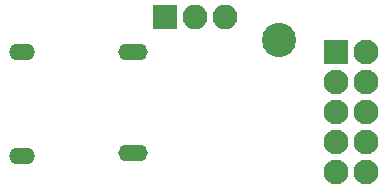
<source format=gbr>
G04 #@! TF.GenerationSoftware,KiCad,Pcbnew,(5.0.0)*
G04 #@! TF.CreationDate,2020-02-27T10:51:14+00:00*
G04 #@! TF.ProjectId,simpleJtag,73696D706C654A7461672E6B69636164,rev?*
G04 #@! TF.SameCoordinates,Original*
G04 #@! TF.FileFunction,Soldermask,Bot*
G04 #@! TF.FilePolarity,Negative*
%FSLAX46Y46*%
G04 Gerber Fmt 4.6, Leading zero omitted, Abs format (unit mm)*
G04 Created by KiCad (PCBNEW (5.0.0)) date 02/27/20 10:51:14*
%MOMM*%
%LPD*%
G01*
G04 APERTURE LIST*
%ADD10C,2.100000*%
%ADD11R,2.100000X2.100000*%
%ADD12O,2.200000X1.400000*%
%ADD13O,2.500000X1.400000*%
%ADD14O,2.100000X2.100000*%
%ADD15C,2.900000*%
G04 APERTURE END LIST*
D10*
G04 #@! TO.C,J1*
X164000000Y-68145000D03*
X161460000Y-68145000D03*
X164000000Y-65605000D03*
X161460000Y-65605000D03*
X164000000Y-63065000D03*
X161460000Y-63065000D03*
X164000000Y-60525000D03*
X161460000Y-60525000D03*
X164000000Y-57985000D03*
D11*
X161460000Y-57985000D03*
G04 #@! TD*
D12*
G04 #@! TO.C,P1*
X134900000Y-57950000D03*
X134900000Y-66760000D03*
D13*
X144250000Y-66500000D03*
X144250000Y-57950000D03*
G04 #@! TD*
D11*
G04 #@! TO.C,JP1*
X147000000Y-55000000D03*
D14*
X149540000Y-55000000D03*
X152080000Y-55000000D03*
G04 #@! TD*
D15*
G04 #@! TO.C,TP1*
X156600000Y-57000000D03*
G04 #@! TD*
M02*

</source>
